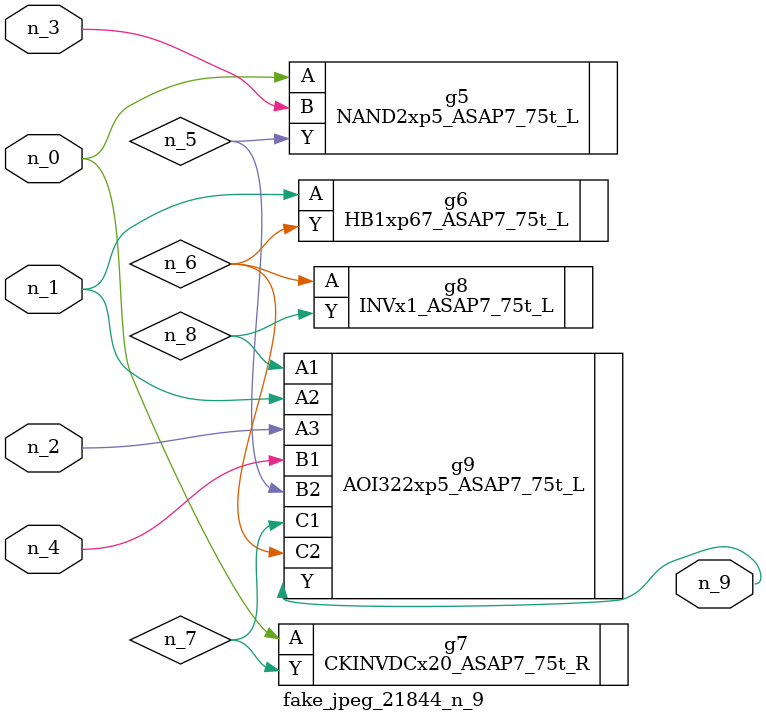
<source format=v>
module fake_jpeg_21844_n_9 (n_3, n_2, n_1, n_0, n_4, n_9);

input n_3;
input n_2;
input n_1;
input n_0;
input n_4;

output n_9;

wire n_8;
wire n_6;
wire n_5;
wire n_7;

NAND2xp5_ASAP7_75t_L g5 ( 
.A(n_0),
.B(n_3),
.Y(n_5)
);

HB1xp67_ASAP7_75t_L g6 ( 
.A(n_1),
.Y(n_6)
);

CKINVDCx20_ASAP7_75t_R g7 ( 
.A(n_0),
.Y(n_7)
);

INVx1_ASAP7_75t_L g8 ( 
.A(n_6),
.Y(n_8)
);

AOI322xp5_ASAP7_75t_L g9 ( 
.A1(n_8),
.A2(n_1),
.A3(n_2),
.B1(n_4),
.B2(n_5),
.C1(n_7),
.C2(n_6),
.Y(n_9)
);


endmodule
</source>
